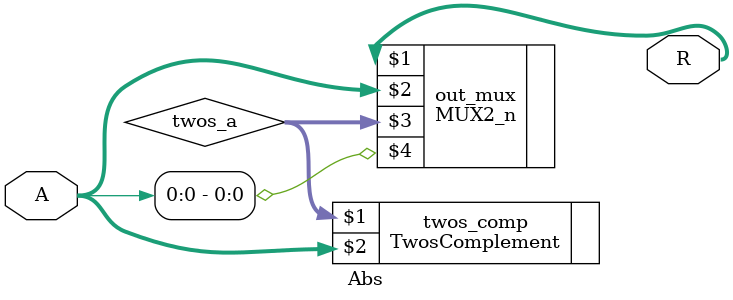
<source format=v>
module Abs(R, A);
  
  output [0:31] R;
  input [0:31] A;

  wire [0:31] twos_a;

  TwosComplement twos_comp(twos_a, A);

  MUX2_n #(32) out_mux(R, A, twos_a, A[0]);

endmodule

</source>
